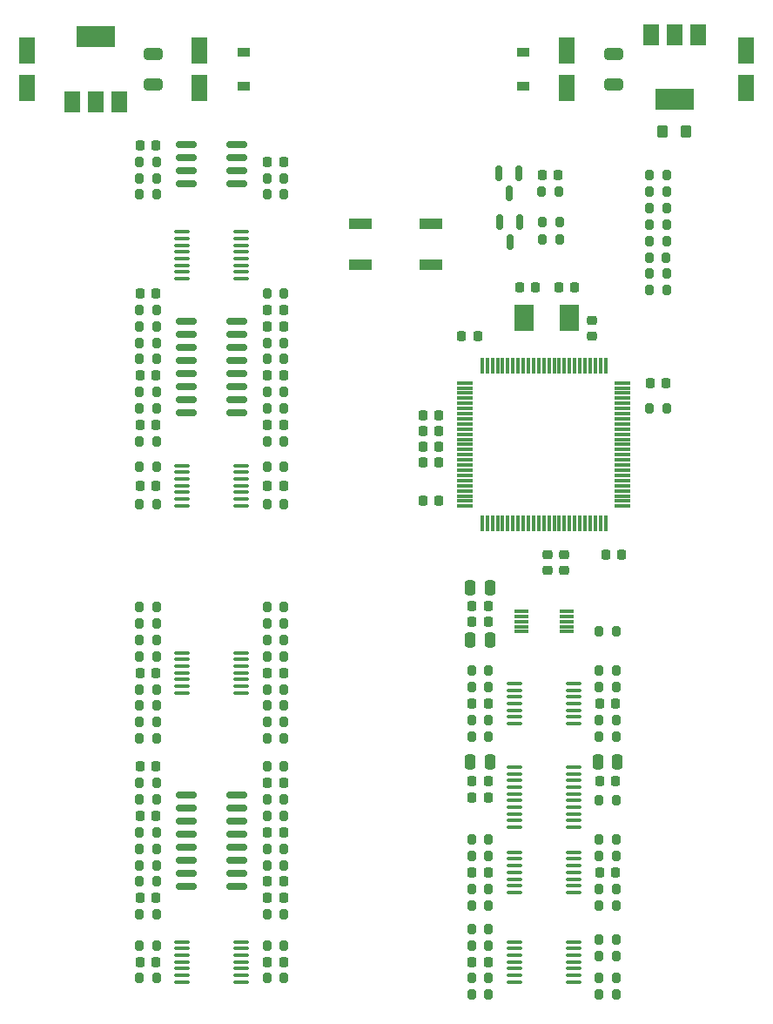
<source format=gbr>
%TF.GenerationSoftware,KiCad,Pcbnew,(6.0.11)*%
%TF.CreationDate,2023-05-23T14:09:58+01:00*%
%TF.ProjectId,Quango_Components,5175616e-676f-45f4-936f-6d706f6e656e,rev?*%
%TF.SameCoordinates,Original*%
%TF.FileFunction,Paste,Top*%
%TF.FilePolarity,Positive*%
%FSLAX46Y46*%
G04 Gerber Fmt 4.6, Leading zero omitted, Abs format (unit mm)*
G04 Created by KiCad (PCBNEW (6.0.11)) date 2023-05-23 14:09:58*
%MOMM*%
%LPD*%
G01*
G04 APERTURE LIST*
G04 Aperture macros list*
%AMRoundRect*
0 Rectangle with rounded corners*
0 $1 Rounding radius*
0 $2 $3 $4 $5 $6 $7 $8 $9 X,Y pos of 4 corners*
0 Add a 4 corners polygon primitive as box body*
4,1,4,$2,$3,$4,$5,$6,$7,$8,$9,$2,$3,0*
0 Add four circle primitives for the rounded corners*
1,1,$1+$1,$2,$3*
1,1,$1+$1,$4,$5*
1,1,$1+$1,$6,$7*
1,1,$1+$1,$8,$9*
0 Add four rect primitives between the rounded corners*
20,1,$1+$1,$2,$3,$4,$5,0*
20,1,$1+$1,$4,$5,$6,$7,0*
20,1,$1+$1,$6,$7,$8,$9,0*
20,1,$1+$1,$8,$9,$2,$3,0*%
G04 Aperture macros list end*
%ADD10RoundRect,0.200000X0.200000X0.275000X-0.200000X0.275000X-0.200000X-0.275000X0.200000X-0.275000X0*%
%ADD11RoundRect,0.200000X-0.200000X-0.275000X0.200000X-0.275000X0.200000X0.275000X-0.200000X0.275000X0*%
%ADD12R,1.900000X2.500000*%
%ADD13RoundRect,0.225000X0.225000X0.250000X-0.225000X0.250000X-0.225000X-0.250000X0.225000X-0.250000X0*%
%ADD14RoundRect,0.225000X-0.225000X-0.250000X0.225000X-0.250000X0.225000X0.250000X-0.225000X0.250000X0*%
%ADD15RoundRect,0.100000X-0.637500X-0.100000X0.637500X-0.100000X0.637500X0.100000X-0.637500X0.100000X0*%
%ADD16RoundRect,0.150000X-0.825000X-0.150000X0.825000X-0.150000X0.825000X0.150000X-0.825000X0.150000X0*%
%ADD17RoundRect,0.250000X-0.550000X1.050000X-0.550000X-1.050000X0.550000X-1.050000X0.550000X1.050000X0*%
%ADD18RoundRect,0.250000X0.275000X0.350000X-0.275000X0.350000X-0.275000X-0.350000X0.275000X-0.350000X0*%
%ADD19R,1.500000X2.000000*%
%ADD20R,3.800000X2.000000*%
%ADD21RoundRect,0.250000X-0.650000X0.325000X-0.650000X-0.325000X0.650000X-0.325000X0.650000X0.325000X0*%
%ADD22R,1.200000X0.900000*%
%ADD23RoundRect,0.075000X-0.075000X0.725000X-0.075000X-0.725000X0.075000X-0.725000X0.075000X0.725000X0*%
%ADD24RoundRect,0.075000X-0.725000X0.075000X-0.725000X-0.075000X0.725000X-0.075000X0.725000X0.075000X0*%
%ADD25RoundRect,0.250000X0.650000X-0.325000X0.650000X0.325000X-0.650000X0.325000X-0.650000X-0.325000X0*%
%ADD26RoundRect,0.250000X-0.250000X-0.475000X0.250000X-0.475000X0.250000X0.475000X-0.250000X0.475000X0*%
%ADD27RoundRect,0.225000X-0.250000X0.225000X-0.250000X-0.225000X0.250000X-0.225000X0.250000X0.225000X0*%
%ADD28RoundRect,0.150000X-0.150000X0.587500X-0.150000X-0.587500X0.150000X-0.587500X0.150000X0.587500X0*%
%ADD29RoundRect,0.250000X0.250000X0.475000X-0.250000X0.475000X-0.250000X-0.475000X0.250000X-0.475000X0*%
%ADD30R,1.400000X0.300000*%
%ADD31R,2.200000X1.000000*%
%ADD32RoundRect,0.100000X0.637500X0.100000X-0.637500X0.100000X-0.637500X-0.100000X0.637500X-0.100000X0*%
%ADD33RoundRect,0.225000X0.250000X-0.225000X0.250000X0.225000X-0.250000X0.225000X-0.250000X-0.225000X0*%
G04 APERTURE END LIST*
D10*
%TO.C,R3*%
X67925000Y-55100000D03*
X66275000Y-55100000D03*
%TD*%
D11*
%TO.C,R10*%
X66275000Y-53500000D03*
X67925000Y-53500000D03*
%TD*%
%TO.C,R29*%
X66275000Y-118700000D03*
X67925000Y-118700000D03*
%TD*%
D10*
%TO.C,R33*%
X67925000Y-120300000D03*
X66275000Y-120300000D03*
%TD*%
D11*
%TO.C,R17*%
X66275000Y-113900000D03*
X67925000Y-113900000D03*
%TD*%
D10*
%TO.C,R87*%
X112625000Y-130700000D03*
X110975000Y-130700000D03*
%TD*%
D12*
%TO.C,Y1*%
X103700000Y-68700000D03*
X108100000Y-68700000D03*
%TD*%
D13*
%TO.C,C29*%
X80275000Y-74300000D03*
X78725000Y-74300000D03*
%TD*%
D11*
%TO.C,R4*%
X66275000Y-56700000D03*
X67925000Y-56700000D03*
%TD*%
%TO.C,R52*%
X66275000Y-83200000D03*
X67925000Y-83200000D03*
%TD*%
D10*
%TO.C,R82*%
X117525000Y-56400000D03*
X115875000Y-56400000D03*
%TD*%
D11*
%TO.C,R35*%
X78675000Y-117100000D03*
X80325000Y-117100000D03*
%TD*%
D14*
%TO.C,C55*%
X98625000Y-115300000D03*
X100175000Y-115300000D03*
%TD*%
D10*
%TO.C,R28*%
X80325000Y-120300000D03*
X78675000Y-120300000D03*
%TD*%
%TO.C,R44*%
X112625000Y-124200000D03*
X110975000Y-124200000D03*
%TD*%
D13*
%TO.C,C53*%
X100175000Y-96700000D03*
X98625000Y-96700000D03*
%TD*%
D10*
%TO.C,R78*%
X117525000Y-66000000D03*
X115875000Y-66000000D03*
%TD*%
%TO.C,R66*%
X80325000Y-109600000D03*
X78675000Y-109600000D03*
%TD*%
D15*
%TO.C,U11*%
X102737500Y-120650000D03*
X102737500Y-121300000D03*
X102737500Y-121950000D03*
X102737500Y-122600000D03*
X102737500Y-123250000D03*
X102737500Y-123900000D03*
X102737500Y-124550000D03*
X108462500Y-124550000D03*
X108462500Y-123900000D03*
X108462500Y-123250000D03*
X108462500Y-122600000D03*
X108462500Y-121950000D03*
X108462500Y-121300000D03*
X108462500Y-120650000D03*
%TD*%
D14*
%TO.C,C5*%
X93825000Y-79700000D03*
X95375000Y-79700000D03*
%TD*%
D11*
%TO.C,R73*%
X66275000Y-101600000D03*
X67925000Y-101600000D03*
%TD*%
%TO.C,R43*%
X110975000Y-103007933D03*
X112625000Y-103007933D03*
%TD*%
D14*
%TO.C,C31*%
X66325000Y-79100000D03*
X67875000Y-79100000D03*
%TD*%
D10*
%TO.C,R93*%
X100225000Y-134500000D03*
X98575000Y-134500000D03*
%TD*%
%TO.C,R25*%
X67925000Y-71100000D03*
X66275000Y-71100000D03*
%TD*%
D14*
%TO.C,C3*%
X93825000Y-78200000D03*
X95375000Y-78200000D03*
%TD*%
D11*
%TO.C,R49*%
X110975000Y-119400000D03*
X112625000Y-119400000D03*
%TD*%
%TO.C,R64*%
X78675000Y-96800000D03*
X80325000Y-96800000D03*
%TD*%
D13*
%TO.C,C32*%
X80275000Y-69500000D03*
X78725000Y-69500000D03*
%TD*%
D11*
%TO.C,R69*%
X66275000Y-100000000D03*
X67925000Y-100000000D03*
%TD*%
D13*
%TO.C,C37*%
X100175000Y-106200000D03*
X98625000Y-106200000D03*
%TD*%
%TO.C,C56*%
X100175000Y-131300000D03*
X98625000Y-131300000D03*
%TD*%
D11*
%TO.C,R85*%
X110975000Y-99200000D03*
X112625000Y-99200000D03*
%TD*%
D16*
%TO.C,U6*%
X70825000Y-69055000D03*
X70825000Y-70325000D03*
X70825000Y-71595000D03*
X70825000Y-72865000D03*
X70825000Y-74135000D03*
X70825000Y-75405000D03*
X70825000Y-76675000D03*
X70825000Y-77945000D03*
X75775000Y-77945000D03*
X75775000Y-76675000D03*
X75775000Y-75405000D03*
X75775000Y-74135000D03*
X75775000Y-72865000D03*
X75775000Y-71595000D03*
X75775000Y-70325000D03*
X75775000Y-69055000D03*
%TD*%
D17*
%TO.C,C20*%
X55300000Y-42700000D03*
X55300000Y-46300000D03*
%TD*%
D13*
%TO.C,C33*%
X80275000Y-123500000D03*
X78725000Y-123500000D03*
%TD*%
D10*
%TO.C,R14*%
X67925000Y-126700000D03*
X66275000Y-126700000D03*
%TD*%
%TO.C,R59*%
X80325000Y-129700000D03*
X78675000Y-129700000D03*
%TD*%
%TO.C,R12*%
X80325000Y-56700000D03*
X78675000Y-56700000D03*
%TD*%
D13*
%TO.C,C16*%
X117475000Y-75000000D03*
X115925000Y-75000000D03*
%TD*%
D14*
%TO.C,C45*%
X78725000Y-103200000D03*
X80275000Y-103200000D03*
%TD*%
D10*
%TO.C,R55*%
X80325000Y-83200000D03*
X78675000Y-83200000D03*
%TD*%
D18*
%TO.C,L1*%
X119450000Y-50600000D03*
X117150000Y-50600000D03*
%TD*%
D10*
%TO.C,R31*%
X80325000Y-115500000D03*
X78675000Y-115500000D03*
%TD*%
D19*
%TO.C,U3*%
X59700000Y-47650000D03*
X62000000Y-47650000D03*
D20*
X62000000Y-41350000D03*
D19*
X64300000Y-47650000D03*
%TD*%
D14*
%TO.C,C34*%
X66325000Y-117100000D03*
X67875000Y-117100000D03*
%TD*%
D13*
%TO.C,C46*%
X67875000Y-103200000D03*
X66325000Y-103200000D03*
%TD*%
D10*
%TO.C,R70*%
X80325000Y-100000000D03*
X78675000Y-100000000D03*
%TD*%
D11*
%TO.C,R15*%
X78675000Y-126700000D03*
X80325000Y-126700000D03*
%TD*%
D13*
%TO.C,C41*%
X67875000Y-85000000D03*
X66325000Y-85000000D03*
%TD*%
D21*
%TO.C,C6*%
X112400000Y-43025000D03*
X112400000Y-45975000D03*
%TD*%
D14*
%TO.C,C23*%
X78725000Y-79100000D03*
X80275000Y-79100000D03*
%TD*%
D15*
%TO.C,U8*%
X102737500Y-112375000D03*
X102737500Y-113025000D03*
X102737500Y-113675000D03*
X102737500Y-114325000D03*
X102737500Y-114975000D03*
X102737500Y-115625000D03*
X102737500Y-116275000D03*
X102737500Y-116925000D03*
X102737500Y-117575000D03*
X102737500Y-118225000D03*
X108462500Y-118225000D03*
X108462500Y-117575000D03*
X108462500Y-116925000D03*
X108462500Y-116275000D03*
X108462500Y-115625000D03*
X108462500Y-114975000D03*
X108462500Y-114325000D03*
X108462500Y-113675000D03*
X108462500Y-113025000D03*
X108462500Y-112375000D03*
%TD*%
D11*
%TO.C,R72*%
X66275000Y-109600000D03*
X67925000Y-109600000D03*
%TD*%
D10*
%TO.C,R58*%
X80325000Y-132900000D03*
X78675000Y-132900000D03*
%TD*%
D11*
%TO.C,R65*%
X78675000Y-98400000D03*
X80325000Y-98400000D03*
%TD*%
D22*
%TO.C,D3*%
X76400000Y-46150000D03*
X76400000Y-42850000D03*
%TD*%
D10*
%TO.C,R1*%
X107025000Y-56400000D03*
X105375000Y-56400000D03*
%TD*%
%TO.C,R38*%
X112625000Y-107807933D03*
X110975000Y-107807933D03*
%TD*%
D23*
%TO.C,U2*%
X111600000Y-73325000D03*
X111100000Y-73325000D03*
X110600000Y-73325000D03*
X110100000Y-73325000D03*
X109600000Y-73325000D03*
X109100000Y-73325000D03*
X108600000Y-73325000D03*
X108100000Y-73325000D03*
X107600000Y-73325000D03*
X107100000Y-73325000D03*
X106600000Y-73325000D03*
X106100000Y-73325000D03*
X105600000Y-73325000D03*
X105100000Y-73325000D03*
X104600000Y-73325000D03*
X104100000Y-73325000D03*
X103600000Y-73325000D03*
X103100000Y-73325000D03*
X102600000Y-73325000D03*
X102100000Y-73325000D03*
X101600000Y-73325000D03*
X101100000Y-73325000D03*
X100600000Y-73325000D03*
X100100000Y-73325000D03*
X99600000Y-73325000D03*
D24*
X97925000Y-75000000D03*
X97925000Y-75500000D03*
X97925000Y-76000000D03*
X97925000Y-76500000D03*
X97925000Y-77000000D03*
X97925000Y-77500000D03*
X97925000Y-78000000D03*
X97925000Y-78500000D03*
X97925000Y-79000000D03*
X97925000Y-79500000D03*
X97925000Y-80000000D03*
X97925000Y-80500000D03*
X97925000Y-81000000D03*
X97925000Y-81500000D03*
X97925000Y-82000000D03*
X97925000Y-82500000D03*
X97925000Y-83000000D03*
X97925000Y-83500000D03*
X97925000Y-84000000D03*
X97925000Y-84500000D03*
X97925000Y-85000000D03*
X97925000Y-85500000D03*
X97925000Y-86000000D03*
X97925000Y-86500000D03*
X97925000Y-87000000D03*
D23*
X99600000Y-88675000D03*
X100100000Y-88675000D03*
X100600000Y-88675000D03*
X101100000Y-88675000D03*
X101600000Y-88675000D03*
X102100000Y-88675000D03*
X102600000Y-88675000D03*
X103100000Y-88675000D03*
X103600000Y-88675000D03*
X104100000Y-88675000D03*
X104600000Y-88675000D03*
X105100000Y-88675000D03*
X105600000Y-88675000D03*
X106100000Y-88675000D03*
X106600000Y-88675000D03*
X107100000Y-88675000D03*
X107600000Y-88675000D03*
X108100000Y-88675000D03*
X108600000Y-88675000D03*
X109100000Y-88675000D03*
X109600000Y-88675000D03*
X110100000Y-88675000D03*
X110600000Y-88675000D03*
X111100000Y-88675000D03*
X111600000Y-88675000D03*
D24*
X113275000Y-87000000D03*
X113275000Y-86500000D03*
X113275000Y-86000000D03*
X113275000Y-85500000D03*
X113275000Y-85000000D03*
X113275000Y-84500000D03*
X113275000Y-84000000D03*
X113275000Y-83500000D03*
X113275000Y-83000000D03*
X113275000Y-82500000D03*
X113275000Y-82000000D03*
X113275000Y-81500000D03*
X113275000Y-81000000D03*
X113275000Y-80500000D03*
X113275000Y-80000000D03*
X113275000Y-79500000D03*
X113275000Y-79000000D03*
X113275000Y-78500000D03*
X113275000Y-78000000D03*
X113275000Y-77500000D03*
X113275000Y-77000000D03*
X113275000Y-76500000D03*
X113275000Y-76000000D03*
X113275000Y-75500000D03*
X113275000Y-75000000D03*
%TD*%
D10*
%TO.C,R41*%
X100225000Y-109400000D03*
X98575000Y-109400000D03*
%TD*%
D14*
%TO.C,C42*%
X78725000Y-85000000D03*
X80275000Y-85000000D03*
%TD*%
D10*
%TO.C,R77*%
X117515000Y-62810000D03*
X115865000Y-62810000D03*
%TD*%
D13*
%TO.C,C24*%
X80275000Y-67900000D03*
X78725000Y-67900000D03*
%TD*%
D14*
%TO.C,C18*%
X93825000Y-81200000D03*
X95375000Y-81200000D03*
%TD*%
D25*
%TO.C,C17*%
X67600000Y-45975000D03*
X67600000Y-43025000D03*
%TD*%
D16*
%TO.C,U5*%
X70825000Y-51795000D03*
X70825000Y-53065000D03*
X70825000Y-54335000D03*
X70825000Y-55605000D03*
X75775000Y-55605000D03*
X75775000Y-54335000D03*
X75775000Y-53065000D03*
X75775000Y-51795000D03*
%TD*%
D14*
%TO.C,C25*%
X78725000Y-53500000D03*
X80275000Y-53500000D03*
%TD*%
D11*
%TO.C,R22*%
X66275000Y-75900000D03*
X67925000Y-75900000D03*
%TD*%
D10*
%TO.C,R54*%
X80325000Y-86800000D03*
X78675000Y-86800000D03*
%TD*%
D11*
%TO.C,R75*%
X78675000Y-108000000D03*
X80325000Y-108000000D03*
%TD*%
D10*
%TO.C,R45*%
X112625000Y-121000000D03*
X110975000Y-121000000D03*
%TD*%
D11*
%TO.C,R11*%
X78675000Y-55100000D03*
X80325000Y-55100000D03*
%TD*%
%TO.C,R74*%
X78675000Y-101600000D03*
X80325000Y-101600000D03*
%TD*%
%TO.C,R42*%
X110975000Y-109407933D03*
X112625000Y-109407933D03*
%TD*%
%TO.C,R57*%
X66275000Y-132900000D03*
X67925000Y-132900000D03*
%TD*%
D26*
%TO.C,C48*%
X110850000Y-111900000D03*
X112750000Y-111900000D03*
%TD*%
D19*
%TO.C,U1*%
X120600000Y-41150000D03*
X118300000Y-41150000D03*
D20*
X118300000Y-47450000D03*
D19*
X116000000Y-41150000D03*
%TD*%
D11*
%TO.C,R62*%
X66275000Y-96800000D03*
X67925000Y-96800000D03*
%TD*%
D10*
%TO.C,R79*%
X117525000Y-61200000D03*
X115875000Y-61200000D03*
%TD*%
D11*
%TO.C,R46*%
X98575000Y-121000000D03*
X100225000Y-121000000D03*
%TD*%
D17*
%TO.C,C12*%
X72100000Y-42700000D03*
X72100000Y-46300000D03*
%TD*%
D11*
%TO.C,R24*%
X78675000Y-75900000D03*
X80325000Y-75900000D03*
%TD*%
%TO.C,R19*%
X105475000Y-61100000D03*
X107125000Y-61100000D03*
%TD*%
D17*
%TO.C,C11*%
X107800000Y-42700000D03*
X107800000Y-46300000D03*
%TD*%
D11*
%TO.C,R53*%
X66275000Y-86800000D03*
X67925000Y-86800000D03*
%TD*%
D10*
%TO.C,R18*%
X107125000Y-59400000D03*
X105475000Y-59400000D03*
%TD*%
D15*
%TO.C,U12*%
X70437500Y-83050000D03*
X70437500Y-83700000D03*
X70437500Y-84350000D03*
X70437500Y-85000000D03*
X70437500Y-85650000D03*
X70437500Y-86300000D03*
X70437500Y-86950000D03*
X76162500Y-86950000D03*
X76162500Y-86300000D03*
X76162500Y-85650000D03*
X76162500Y-85000000D03*
X76162500Y-84350000D03*
X76162500Y-83700000D03*
X76162500Y-83050000D03*
%TD*%
D11*
%TO.C,R68*%
X66275000Y-108000000D03*
X67925000Y-108000000D03*
%TD*%
%TO.C,R88*%
X98575000Y-129700000D03*
X100225000Y-129700000D03*
%TD*%
D15*
%TO.C,U10*%
X102737500Y-104250000D03*
X102737500Y-104900000D03*
X102737500Y-105550000D03*
X102737500Y-106200000D03*
X102737500Y-106850000D03*
X102737500Y-107500000D03*
X102737500Y-108150000D03*
X108462500Y-108150000D03*
X108462500Y-107500000D03*
X108462500Y-106850000D03*
X108462500Y-106200000D03*
X108462500Y-105550000D03*
X108462500Y-104900000D03*
X108462500Y-104250000D03*
%TD*%
D14*
%TO.C,C26*%
X66325000Y-112300000D03*
X67875000Y-112300000D03*
%TD*%
%TO.C,C35*%
X66325000Y-125100000D03*
X67875000Y-125100000D03*
%TD*%
D15*
%TO.C,U15*%
X102737500Y-129350000D03*
X102737500Y-130000000D03*
X102737500Y-130650000D03*
X102737500Y-131300000D03*
X102737500Y-131950000D03*
X102737500Y-132600000D03*
X102737500Y-133250000D03*
X108462500Y-133250000D03*
X108462500Y-132600000D03*
X108462500Y-131950000D03*
X108462500Y-131300000D03*
X108462500Y-130650000D03*
X108462500Y-130000000D03*
X108462500Y-129350000D03*
%TD*%
D11*
%TO.C,R91*%
X110975000Y-129100000D03*
X112625000Y-129100000D03*
%TD*%
D10*
%TO.C,R23*%
X80325000Y-72700000D03*
X78675000Y-72700000D03*
%TD*%
%TO.C,R50*%
X100225000Y-119400000D03*
X98575000Y-119400000D03*
%TD*%
D11*
%TO.C,R71*%
X78675000Y-106400000D03*
X80325000Y-106400000D03*
%TD*%
D10*
%TO.C,R2*%
X117525000Y-77500000D03*
X115875000Y-77500000D03*
%TD*%
%TO.C,R34*%
X67925000Y-123500000D03*
X66275000Y-123500000D03*
%TD*%
D11*
%TO.C,R8*%
X78675000Y-66300000D03*
X80325000Y-66300000D03*
%TD*%
D14*
%TO.C,C47*%
X111025000Y-113707933D03*
X112575000Y-113707933D03*
%TD*%
D22*
%TO.C,D2*%
X103600000Y-46150000D03*
X103600000Y-42850000D03*
%TD*%
D13*
%TO.C,C15*%
X113175000Y-91700000D03*
X111625000Y-91700000D03*
%TD*%
D11*
%TO.C,R89*%
X98575000Y-132900000D03*
X100225000Y-132900000D03*
%TD*%
D27*
%TO.C,C4*%
X110300000Y-68925000D03*
X110300000Y-70475000D03*
%TD*%
D10*
%TO.C,R80*%
X117525000Y-59600000D03*
X115875000Y-59600000D03*
%TD*%
D11*
%TO.C,R27*%
X78675000Y-71100000D03*
X80325000Y-71100000D03*
%TD*%
%TO.C,R9*%
X66275000Y-67900000D03*
X67925000Y-67900000D03*
%TD*%
D10*
%TO.C,R83*%
X117525000Y-54800000D03*
X115875000Y-54800000D03*
%TD*%
D28*
%TO.C,D1*%
X103150000Y-54662500D03*
X101250000Y-54662500D03*
X102200000Y-56537500D03*
%TD*%
D11*
%TO.C,R47*%
X98575000Y-124200000D03*
X100225000Y-124200000D03*
%TD*%
D17*
%TO.C,C14*%
X125300000Y-42700000D03*
X125300000Y-46300000D03*
%TD*%
D10*
%TO.C,R13*%
X67925000Y-115500000D03*
X66275000Y-115500000D03*
%TD*%
D11*
%TO.C,R7*%
X78675000Y-80700000D03*
X80325000Y-80700000D03*
%TD*%
%TO.C,R56*%
X66275000Y-129700000D03*
X67925000Y-129700000D03*
%TD*%
D13*
%TO.C,C1*%
X106975000Y-54800000D03*
X105425000Y-54800000D03*
%TD*%
D29*
%TO.C,C50*%
X100350000Y-111900000D03*
X98450000Y-111900000D03*
%TD*%
D10*
%TO.C,R76*%
X117525000Y-64400000D03*
X115875000Y-64400000D03*
%TD*%
D11*
%TO.C,R37*%
X98575000Y-107800000D03*
X100225000Y-107800000D03*
%TD*%
D10*
%TO.C,R20*%
X80325000Y-77500000D03*
X78675000Y-77500000D03*
%TD*%
D11*
%TO.C,R48*%
X110975000Y-125800000D03*
X112625000Y-125800000D03*
%TD*%
D30*
%TO.C,U9*%
X103400000Y-97200000D03*
X103400000Y-97700000D03*
X103400000Y-98200000D03*
X103400000Y-98700000D03*
X103400000Y-99200000D03*
X107800000Y-99200000D03*
X107800000Y-98700000D03*
X107800000Y-98200000D03*
X107800000Y-97700000D03*
X107800000Y-97200000D03*
%TD*%
D31*
%TO.C,RESET1*%
X94600000Y-63500000D03*
X87800000Y-63500000D03*
X87800000Y-59500000D03*
X94600000Y-59500000D03*
%TD*%
D11*
%TO.C,R16*%
X78675000Y-112300000D03*
X80325000Y-112300000D03*
%TD*%
D10*
%TO.C,R60*%
X67925000Y-104800000D03*
X66275000Y-104800000D03*
%TD*%
D13*
%TO.C,C28*%
X80275000Y-113900000D03*
X78725000Y-113900000D03*
%TD*%
D11*
%TO.C,R36*%
X98575000Y-104600000D03*
X100225000Y-104600000D03*
%TD*%
D14*
%TO.C,C44*%
X78725000Y-131300000D03*
X80275000Y-131300000D03*
%TD*%
D13*
%TO.C,C39*%
X100175000Y-122600000D03*
X98625000Y-122600000D03*
%TD*%
D15*
%TO.C,U13*%
X70437500Y-129350000D03*
X70437500Y-130000000D03*
X70437500Y-130650000D03*
X70437500Y-131300000D03*
X70437500Y-131950000D03*
X70437500Y-132600000D03*
X70437500Y-133250000D03*
X76162500Y-133250000D03*
X76162500Y-132600000D03*
X76162500Y-131950000D03*
X76162500Y-131300000D03*
X76162500Y-130650000D03*
X76162500Y-130000000D03*
X76162500Y-129350000D03*
%TD*%
D10*
%TO.C,R5*%
X67925000Y-69500000D03*
X66275000Y-69500000D03*
%TD*%
D13*
%TO.C,C43*%
X67875000Y-131300000D03*
X66325000Y-131300000D03*
%TD*%
D10*
%TO.C,R51*%
X100225000Y-125800000D03*
X98575000Y-125800000D03*
%TD*%
D11*
%TO.C,R67*%
X78675000Y-104800000D03*
X80325000Y-104800000D03*
%TD*%
D14*
%TO.C,C40*%
X111025000Y-122600000D03*
X112575000Y-122600000D03*
%TD*%
D28*
%TO.C,Q1*%
X103250000Y-59400000D03*
X101350000Y-59400000D03*
X102300000Y-61275000D03*
%TD*%
D14*
%TO.C,C27*%
X78725000Y-125100000D03*
X80275000Y-125100000D03*
%TD*%
D10*
%TO.C,R81*%
X117525000Y-58000000D03*
X115875000Y-58000000D03*
%TD*%
D11*
%TO.C,R84*%
X110975000Y-115600000D03*
X112625000Y-115600000D03*
%TD*%
D10*
%TO.C,R61*%
X67925000Y-106400000D03*
X66275000Y-106400000D03*
%TD*%
D13*
%TO.C,C9*%
X104775000Y-65700000D03*
X103225000Y-65700000D03*
%TD*%
D14*
%TO.C,C19*%
X93825000Y-82700000D03*
X95375000Y-82700000D03*
%TD*%
D13*
%TO.C,C51*%
X100175000Y-98200000D03*
X98625000Y-98200000D03*
%TD*%
D29*
%TO.C,C52*%
X100350000Y-100000000D03*
X98450000Y-100000000D03*
%TD*%
D11*
%TO.C,R21*%
X66275000Y-72700000D03*
X67925000Y-72700000D03*
%TD*%
D14*
%TO.C,C10*%
X93825000Y-86500000D03*
X95375000Y-86500000D03*
%TD*%
D11*
%TO.C,R30*%
X66275000Y-121900000D03*
X67925000Y-121900000D03*
%TD*%
%TO.C,R90*%
X110975000Y-134500000D03*
X112625000Y-134500000D03*
%TD*%
%TO.C,R92*%
X98575000Y-128100000D03*
X100225000Y-128100000D03*
%TD*%
D10*
%TO.C,R6*%
X67925000Y-80700000D03*
X66275000Y-80700000D03*
%TD*%
D14*
%TO.C,C21*%
X66325000Y-66300000D03*
X67875000Y-66300000D03*
%TD*%
D32*
%TO.C,U4*%
X76162500Y-64875000D03*
X76162500Y-64225000D03*
X76162500Y-63575000D03*
X76162500Y-62925000D03*
X76162500Y-62275000D03*
X76162500Y-61625000D03*
X76162500Y-60975000D03*
X76162500Y-60325000D03*
X70437500Y-60325000D03*
X70437500Y-60975000D03*
X70437500Y-61625000D03*
X70437500Y-62275000D03*
X70437500Y-62925000D03*
X70437500Y-63575000D03*
X70437500Y-64225000D03*
X70437500Y-64875000D03*
%TD*%
D11*
%TO.C,R63*%
X66275000Y-98400000D03*
X67925000Y-98400000D03*
%TD*%
D33*
%TO.C,C2*%
X107600000Y-93275000D03*
X107600000Y-91725000D03*
%TD*%
D10*
%TO.C,R86*%
X112625000Y-132900000D03*
X110975000Y-132900000D03*
%TD*%
D11*
%TO.C,R32*%
X78675000Y-121900000D03*
X80325000Y-121900000D03*
%TD*%
D14*
%TO.C,C22*%
X66325000Y-51900000D03*
X67875000Y-51900000D03*
%TD*%
D10*
%TO.C,R39*%
X112625000Y-104607933D03*
X110975000Y-104607933D03*
%TD*%
D13*
%TO.C,C49*%
X100175000Y-113700000D03*
X98625000Y-113700000D03*
%TD*%
D14*
%TO.C,C38*%
X111025000Y-106207933D03*
X112575000Y-106207933D03*
%TD*%
%TO.C,C7*%
X97625000Y-70500000D03*
X99175000Y-70500000D03*
%TD*%
D15*
%TO.C,U14*%
X70437500Y-101250000D03*
X70437500Y-101900000D03*
X70437500Y-102550000D03*
X70437500Y-103200000D03*
X70437500Y-103850000D03*
X70437500Y-104500000D03*
X70437500Y-105150000D03*
X76162500Y-105150000D03*
X76162500Y-104500000D03*
X76162500Y-103850000D03*
X76162500Y-103200000D03*
X76162500Y-102550000D03*
X76162500Y-101900000D03*
X76162500Y-101250000D03*
%TD*%
D16*
%TO.C,U7*%
X70825000Y-115055000D03*
X70825000Y-116325000D03*
X70825000Y-117595000D03*
X70825000Y-118865000D03*
X70825000Y-120135000D03*
X70825000Y-121405000D03*
X70825000Y-122675000D03*
X70825000Y-123945000D03*
X75775000Y-123945000D03*
X75775000Y-122675000D03*
X75775000Y-121405000D03*
X75775000Y-120135000D03*
X75775000Y-118865000D03*
X75775000Y-117595000D03*
X75775000Y-116325000D03*
X75775000Y-115055000D03*
%TD*%
D14*
%TO.C,C30*%
X66325000Y-74300000D03*
X67875000Y-74300000D03*
%TD*%
D33*
%TO.C,C13*%
X106000000Y-93275000D03*
X106000000Y-91725000D03*
%TD*%
D29*
%TO.C,C54*%
X100350000Y-94900000D03*
X98450000Y-94900000D03*
%TD*%
D14*
%TO.C,C8*%
X107025000Y-65700000D03*
X108575000Y-65700000D03*
%TD*%
D10*
%TO.C,R26*%
X67925000Y-77500000D03*
X66275000Y-77500000D03*
%TD*%
D13*
%TO.C,C36*%
X80275000Y-118700000D03*
X78725000Y-118700000D03*
%TD*%
D10*
%TO.C,R40*%
X100225000Y-103000000D03*
X98575000Y-103000000D03*
%TD*%
M02*

</source>
